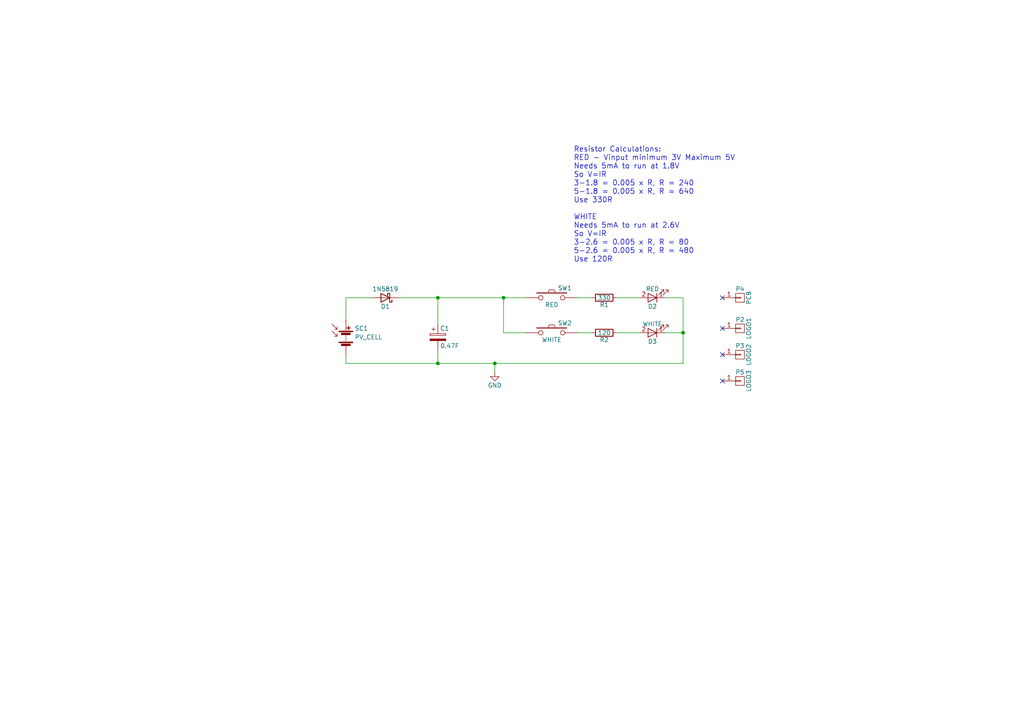
<source format=kicad_sch>
(kicad_sch (version 20211123) (generator eeschema)
  (paper "A4")
  (title_block (title "I can Solder Solar!") (date "2017-02-15") (rev "1") (company "The Curious Electric Compnay"))
  (lib_symbols
    (symbol "Device:CP" (pin_numbers hide) (pin_names (offset 0.254))
      (property "Reference" "C" (at 0.635 2.54 0))
      (property "Value" "Device_CP" (at 0.635 -2.54 0))
      (symbol "CP_0_1"
        (rectangle (start -2.286 0.508) (end 2.286 1.016))
        (polyline (pts (xy -1.778 2.286) (xy -0.762 2.286)))
        (polyline (pts (xy -1.27 2.794) (xy -1.27 1.778)))
        (rectangle (start 2.286 -0.508) (end -2.286 -1.016) (fill (type outline)))
      )
      (symbol "CP_1_1"
        (pin passive line (at 0 3.81 270) (length 2.794) (name "~") (number "1"))
        (pin passive line (at 0 -3.81 90) (length 2.794) (name "~") (number "2"))
      )
    )
    (symbol "Device:D_Schottky" (pin_numbers hide) (pin_names (offset 1.016) hide)
      (property "Reference" "D" (at 0 2.54 0))
      (property "Value" "D_Schottky" (at 0 -2.54 0))
      (symbol "D_Schottky_0_1"
        (polyline (pts (xy 1.27 0) (xy -1.27 0)))
        (polyline (pts (xy 1.27 1.27) (xy 1.27 -1.27) (xy -1.27 0) (xy 1.27 1.27)) (stroke (width 0.254)))
        (polyline (pts (xy -1.905 0.635) (xy -1.905 1.27) (xy -1.27 1.27) (xy -1.27 -1.27) (xy -0.635 -1.27) (xy -0.635 -0.635)) (stroke (width 0.254)))
      )
      (symbol "D_Schottky_1_1"
        (pin passive line (at -3.81 0 0) (length 2.54) (name "K") (number "1"))
        (pin passive line (at 3.81 0 180) (length 2.54) (name "A") (number "2"))
      )
    )
    (symbol "Device:R" (pin_numbers hide) (pin_names (offset 0))
      (property "Reference" "R" (at 2.032 0 90))
      (property "Value" "R" (at 0 0 90))
      (symbol "R_0_1"
        (rectangle (start -1.016 -2.54) (end 1.016 2.54) (stroke (width 0.254)))
      )
      (symbol "R_1_1"
        (pin passive line (at 0 3.81 270) (length 1.27) (name "~") (number "1"))
        (pin passive line (at 0 -3.81 90) (length 1.27) (name "~") (number "2"))
      )
    )
    (symbol "Device:Solar_Cells" (pin_numbers hide) (pin_names (offset 0) hide)
      (property "Reference" "SC" (at 2.54 2.54 0))
      (property "Value" "Solar_Cells" (at 2.54 0 0))
      (symbol "Solar_Cells_0_1"
        (rectangle (start -2.032 -1.397) (end 2.032 -1.651) (fill (type outline)))
        (rectangle (start -2.032 1.778) (end 2.032 1.524) (fill (type outline)))
        (rectangle (start -1.3208 -1.9812) (end 1.27 -2.4892) (fill (type outline)))
        (rectangle (start -1.3208 1.1938) (end 1.27 0.6858) (fill (type outline)))
        (polyline (pts (xy -2.54 0.254) (xy -4.064 1.778)))
        (polyline (pts (xy -2.54 2.286) (xy -4.064 3.81)))
        (polyline (pts (xy 0 -1.524) (xy 0 -1.27)))
        (polyline (pts (xy 0 -1.016) (xy 0 -0.762)))
        (polyline (pts (xy 0 -0.508) (xy 0 -0.254)))
        (polyline (pts (xy 0 0) (xy 0 0.254)))
        (polyline (pts (xy 0 0.508) (xy 0 0.762)))
        (polyline (pts (xy 0 1.778) (xy 0 2.54)))
        (polyline (pts (xy 0.254 2.667) (xy 1.27 2.667)) (stroke (width 0.254)))
        (polyline (pts (xy 0.762 3.175) (xy 0.762 2.159)) (stroke (width 0.254)))
        (polyline (pts (xy -2.54 1.016) (xy -2.54 0.254) (xy -3.302 0.254)))
        (polyline (pts (xy -2.54 3.048) (xy -2.54 2.286) (xy -3.302 2.286)))
      )
      (symbol "Solar_Cells_1_1"
        (pin passive line (at 0 5.08 270) (length 2.54) (name "+") (number "1"))
        (pin passive line (at 0 -5.08 90) (length 2.54) (name "-") (number "2"))
      )
    )
    (symbol "SolderSolar-rescue:LED-RESCUE-SolderSolar2017" (pin_names (offset 1.016) hide)
      (property "Reference" "D" (at 0 2.54 0))
      (property "Value" "LED-RESCUE-SolderSolar2017" (at 0 -2.54 0))
      (symbol "LED-RESCUE-SolderSolar2017_0_1"
        (polyline (pts (xy -1.27 -1.27) (xy -1.27 1.27)) (stroke (width 0.2032)))
        (polyline (pts (xy -1.27 0) (xy 1.27 0)))
        (polyline (pts (xy 1.27 -1.27) (xy 1.27 1.27) (xy -1.27 0) (xy 1.27 -1.27)) (stroke (width 0.2032)))
        (polyline (pts (xy -3.048 -0.762) (xy -4.572 -2.286) (xy -3.81 -2.286) (xy -4.572 -2.286) (xy -4.572 -1.524)))
        (polyline (pts (xy -1.778 -0.762) (xy -3.302 -2.286) (xy -2.54 -2.286) (xy -3.302 -2.286) (xy -3.302 -1.524)))
      )
      (symbol "LED-RESCUE-SolderSolar2017_1_1"
        (pin passive line (at -3.81 0 0) (length 2.54) (name "K") (number "1"))
        (pin passive line (at 3.81 0 180) (length 2.54) (name "A") (number "2"))
      )
    )
    (symbol "SolderSolar-rescue:SW_PUSH" (pin_numbers hide) (pin_names (offset 1.016) hide)
      (property "Reference" "SW" (at 3.81 2.794 0))
      (property "Value" "SW_PUSH" (at 0 -2.032 0))
      (symbol "SW_PUSH_0_1"
        (rectangle (start -4.318 1.27) (end 4.318 1.524))
        (polyline (pts (xy -1.016 1.524) (xy -0.762 2.286) (xy 0.762 2.286) (xy 1.016 1.524)))
        (pin passive inverted (at -7.62 0 0) (length 5.08) (name "1") (number "1"))
        (pin passive inverted (at 7.62 0 180) (length 5.08) (name "2") (number "2"))
      )
    )
    (symbol "conn:CONN_01X01" (pin_names (offset 1.016) hide)
      (property "Reference" "P" (at 0 2.54 0))
      (property "Value" "conn_CONN_01X01" (at 2.54 0 90))
      (symbol "CONN_01X01_0_1"
        (rectangle (start -1.27 0.127) (end 0.254 -0.127))
        (rectangle (start -1.27 1.27) (end 1.27 -1.27))
      )
      (symbol "CONN_01X01_1_1"
        (pin passive line (at -5.08 0 0) (length 3.81) (name "P1") (number "1"))
      )
    )
    (symbol "power:GND" (power) (pin_names (offset 0))
      (property "Value" "GND" (at 0 -3.81 0))
      (symbol "GND_0_1"
        (polyline (pts (xy 0 0) (xy 0 -1.27) (xy 1.27 -1.27) (xy 0 -2.54) (xy -1.27 -1.27) (xy 0 -1.27)))
      )
      (symbol "GND_1_1"
        (pin power_in line (at 0 0 270) (length 0) hide (name "GND") (number "1"))
      )
    )
  )
  (junction (at 198.12 96.52))
  (junction (at 127 86.36))
  (junction (at 127 105.41))
  (junction (at 143.51 105.41))
  (junction (at 146.05 86.36))
  (no_connect (at 209.55 95.25))
  (no_connect (at 209.55 110.49))
  (no_connect (at 209.55 86.36))
  (no_connect (at 209.55 102.87))
  (wire (pts (xy 198.12 96.52) (xy 198.12 86.36)))
  (wire (pts (xy 179.07 86.36) (xy 185.42 86.36)))
  (wire (pts (xy 198.12 86.36) (xy 193.04 86.36)))
  (wire (pts (xy 198.12 105.41) (xy 198.12 96.52)))
  (wire (pts (xy 143.51 105.41) (xy 198.12 105.41)))
  (wire (pts (xy 100.33 105.41) (xy 127 105.41)))
  (wire (pts (xy 193.04 96.52) (xy 198.12 96.52)))
  (wire (pts (xy 100.33 102.87) (xy 100.33 105.41)))
  (wire (pts (xy 146.05 96.52) (xy 146.05 86.36)))
  (wire (pts (xy 127 105.41) (xy 143.51 105.41)))
  (wire (pts (xy 152.4 96.52) (xy 146.05 96.52)))
  (wire (pts (xy 167.64 96.52) (xy 171.45 96.52)))
  (wire (pts (xy 167.64 86.36) (xy 171.45 86.36)))
  (wire (pts (xy 143.51 107.95) (xy 143.51 105.41)))
  (wire (pts (xy 100.33 86.36) (xy 107.95 86.36)))
  (wire (pts (xy 115.57 86.36) (xy 127 86.36)))
  (wire (pts (xy 127 93.98) (xy 127 86.36)))
  (wire (pts (xy 127 101.6) (xy 127 105.41)))
  (wire (pts (xy 179.07 96.52) (xy 185.42 96.52)))
  (wire (pts (xy 100.33 92.71) (xy 100.33 86.36)))
  (wire (pts (xy 146.05 86.36) (xy 152.4 86.36)))
  (wire (pts (xy 127 86.36) (xy 146.05 86.36)))
  (text "Resistor Calculations:\nRED - Vinput minimum 3V Maximum 5V\nNeeds 5mA to run at 1.8V\nSo V=IR \n3-1.8 = 0.005 x R, R = 240\n5-1.8 = 0.005 x R, R = 640\nUse 330R\n\nWHITE\nNeeds 5mA to run at 2.6V\nSo V=IR \n3-2.6 = 0.005 x R, R = 80\n5-2.6 = 0.005 x R, R = 480\nUse 120R\n" (at 166.37 76.2 0) (effects (font (size 1.524 1.524)) (justify left bottom)))
  (symbol (lib_id "SolderSolar-rescue:LED-RESCUE-SolderSolar2017") (at 189.23 86.36 180) (unit 1)
    (property "Reference" "D2" (at 189.23 88.9 0))
    (property "Value" "RED" (at 189.23 83.82 0))
    (property "Footprint" "REInnovationFootprint:TH_LED-5MM_larg_pad_90degrees" (effects hide))
  )
  (symbol (lib_id "SolderSolar-rescue:LED-RESCUE-SolderSolar2017") (at 189.23 96.52 180) (unit 1)
    (property "Reference" "D3" (at 189.23 99.06 0))
    (property "Value" "WHITE" (at 189.23 93.98 0))
    (property "Footprint" "REInnovationFootprint:TH_LED-5MM_larg_pad_90degrees" (effects hide))
  )
  (symbol (lib_id "Device:CP") (at 127 97.79 0) (unit 1)
    (property "Reference" "C1" (at 127.635 95.25 0) (effects (justify left)))
    (property "Value" "0.47F" (at 127.635 100.33 0) (effects (justify left)))
    (property "Footprint" "REInnovationFootprint:C_0_47F_SuperCap" (effects hide))
  )
  (symbol (lib_id "Device:Solar_Cells") (at 100.33 97.79 0) (unit 1)
    (property "Reference" "SC1" (at 102.87 95.25 0) (effects (justify left)))
    (property "Value" "PV_CELL" (at 102.87 97.79 0) (effects (justify left)))
    (property "Footprint" "REInnovationFootprint:PV_50x30mm_NoOutline" (effects hide))
  )
  (symbol (lib_id "Device:R") (at 175.26 86.36 270) (unit 1)
    (property "Reference" "R1" (at 175.26 88.392 90))
    (property "Value" "330" (at 175.26 86.36 90))
    (property "Footprint" "REInnovationFootprint:TH_Resistor_1" (effects hide))
  )
  (symbol (lib_id "Device:R") (at 175.26 96.52 270) (unit 1)
    (property "Reference" "R2" (at 175.26 98.552 90))
    (property "Value" "120" (at 175.26 96.52 90))
    (property "Footprint" "REInnovationFootprint:TH_Resistor_1" (effects hide))
  )
  (symbol (lib_id "Device:D_Schottky") (at 111.76 86.36 180) (unit 1)
    (property "Reference" "D1" (at 111.76 88.9 0))
    (property "Value" "1N5819" (at 111.76 83.82 0))
    (property "Footprint" "REInnovationFootprint:TH_Diode_1" (effects hide))
  )
  (symbol (lib_id "SolderSolar-rescue:SW_PUSH") (at 160.02 86.36 0) (unit 1)
    (property "Reference" "SW1" (at 163.83 83.566 0))
    (property "Value" "RED" (at 160.02 88.392 0))
    (property "Footprint" "REInnovationFootprint:TH_FRONT_SW" (effects hide))
  )
  (symbol (lib_id "SolderSolar-rescue:SW_PUSH") (at 160.02 96.52 0) (unit 1)
    (property "Reference" "SW2" (at 163.83 93.726 0))
    (property "Value" "WHITE" (at 160.02 98.552 0))
    (property "Footprint" "REInnovationFootprint:TH_FRONT_SW" (effects hide))
  )
  (symbol (lib_id "conn:CONN_01X01") (at 214.63 86.36 0) (unit 1)
    (property "Reference" "P4" (at 214.63 83.82 0))
    (property "Value" "PCB" (at 217.17 86.36 90))
    (property "Footprint" "REInnovationFootprint:PV_50x30mmEdgeCut" (effects hide))
  )
  (symbol (lib_id "conn:CONN_01X01") (at 214.63 95.25 0) (unit 1)
    (property "Reference" "P2" (at 214.63 92.71 0))
    (property "Value" "LOGO1" (at 217.17 95.25 90))
    (property "Footprint" "CuriousElectric3:CEC_Globe_10mm_FCU" (effects hide))
  )
  (symbol (lib_id "conn:CONN_01X01") (at 214.63 102.87 0) (unit 1)
    (property "Reference" "P3" (at 214.63 100.33 0))
    (property "Value" "LOGO2" (at 217.17 102.87 90))
    (property "Footprint" "CuriousElectric3:TCEC_Words_13mm" (effects hide))
  )
  (symbol (lib_id "power:GND") (at 143.51 107.95 0) (unit 1)
    (property "Reference" "#PWR01" (effects hide))
    (property "Value" "GND" (at 143.51 111.76 0))
  )
  (symbol (lib_id "conn:CONN_01X01") (at 214.63 110.49 0) (unit 1)
    (property "Reference" "P5" (at 214.63 107.95 0))
    (property "Value" "LOGO3" (at 217.17 110.49 90))
    (property "Footprint" "CuriousElectric3:TCEC_Words_13mm FCu" (effects hide))
  )
)
</source>
